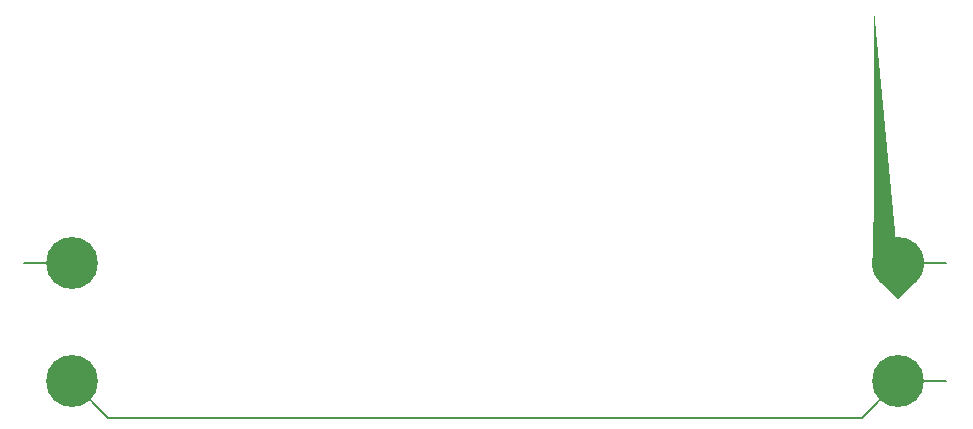
<source format=gtl>
%TF.GenerationSoftware,KiCad,Pcbnew,9.0.6-9.0.6~ubuntu22.04.1*%
%TF.CreationDate,2026-01-23T17:01:31+00:00*%
%TF.ProjectId,mm_jacdaptor,6d6d5f6a-6163-4646-9170-746f722e6b69,v0.4*%
%TF.SameCoordinates,PX8d24d00PY37ca3a0*%
%TF.FileFunction,Copper,L1,Top*%
%TF.FilePolarity,Positive*%
%FSLAX45Y45*%
G04 Gerber Fmt 4.5, Leading zero omitted, Abs format (unit mm)*
G04 Created by KiCad (PCBNEW 9.0.6-9.0.6~ubuntu22.04.1) date 2026-01-23 17:01:31*
%MOMM*%
%LPD*%
G01*
G04 APERTURE LIST*
G04 Aperture macros list*
%AMFreePoly0*
4,1,59,1.555635,1.555635,1.602276,1.508284,1.690419,1.408790,1.772397,1.304154,1.847906,1.194760,1.916673,1.081007,1.978445,0.963309,2.032999,0.842096,2.080134,0.717810,2.119678,0.590905,2.151490,0.461844,2.175450,0.331096,2.191472,0.199143,2.199498,0.066462,2.199498,-0.066462,2.191472,-0.199143,2.175450,-0.331096,2.151490,-0.461844,2.119678,-0.590905,2.080134,-0.717810,
2.032999,-0.842096,1.978445,-0.963309,1.916673,-1.081007,1.847906,-1.194760,1.772397,-1.304154,1.690419,-1.408790,1.602276,-1.508284,1.555635,-1.555635,0.000000,-3.111270,-1.555635,-1.555635,-1.602276,-1.508284,-1.690419,-1.408790,-1.772397,-1.304154,-1.847906,-1.194760,-1.916673,-1.081007,-1.978445,-0.963309,-2.032999,-0.842096,-2.080134,-0.717810,-2.119678,-0.590905,-2.151490,-0.461844,
-2.175450,-0.331096,-2.191472,-0.199143,-2.199498,-0.066462,-2.199498,0.066462,-2.191472,0.199143,-2.175450,0.331096,-2.151490,0.461844,-2.119678,0.590905,-2.080134,0.717810,-2.032999,0.842096,-1.978445,0.963309,-1.916673,1.081007,-1.847906,1.194760,-1.772397,1.304154,-1.690419,1.408790,-1.602276,1.508284,-1.555635,1.555635,0.000000,3.111270,1.555635,1.555635,1.555635,1.555635,
$1*%
G04 Aperture macros list end*
%TA.AperFunction,SMDPad,CuDef*%
%ADD10C,0.125000*%
%TD*%
%TA.AperFunction,ComponentPad*%
%ADD11C,4.400000*%
%TD*%
%TA.AperFunction,FiducialPad,Local*%
%ADD12FreePoly0,45.000000*%
%TD*%
%TA.AperFunction,FiducialPad,Local*%
%ADD13C,4.400000*%
%TD*%
%TA.AperFunction,Conductor*%
%ADD14C,0.200000*%
%TD*%
G04 APERTURE END LIST*
D10*
%TO.P,GS1,1,JD_DATA*%
%TO.N,JD_DATA*%
X3900000Y1100000D03*
%TD*%
D11*
%TO.P,MH3,MH3,MH3*%
%TO.N,JD_PWR*%
X-3500000Y1100000D03*
%TD*%
%TO.P,MH4,MH4,MH4*%
%TO.N,GND*%
X3500000Y100000D03*
%TD*%
D10*
%TO.P,GS2,1,GND*%
%TO.N,GND*%
X3900000Y100000D03*
%TD*%
D11*
%TO.P,MH2,MH2,MH2*%
%TO.N,GND*%
X-3500000Y100000D03*
%TD*%
D10*
%TO.P,GS3,1,JD_PWR*%
%TO.N,JD_PWR*%
X-3900000Y1100000D03*
%TD*%
D12*
%TO.P,MH1,MH1,MH1*%
%TO.N,JD_DATA*%
X3500000Y1100000D03*
D13*
X3500000Y1100000D03*
%TD*%
D14*
%TO.N,JD_DATA*%
X3500000Y1100000D02*
X3900000Y1100000D01*
X3900000Y1100000D02*
X3900000Y1100000D01*
%TO.N,GND*%
X-3500000Y100000D02*
X-3189000Y-211000D01*
X3500000Y100000D02*
X3900000Y100000D01*
X3900000Y100000D02*
X3900000Y100000D01*
X-3189000Y-211000D02*
X3189000Y-211000D01*
X3189000Y-211000D02*
X3500000Y100000D01*
%TO.N,JD_PWR*%
X-3500000Y1100000D02*
X-3900000Y1100000D01*
%TD*%
M02*

</source>
